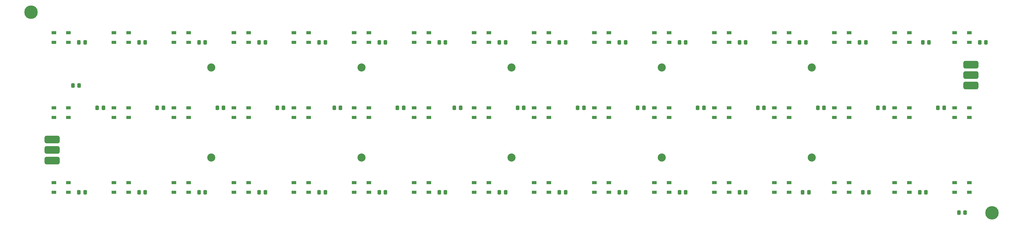
<source format=gbr>
%TF.GenerationSoftware,KiCad,Pcbnew,(6.0.10)*%
%TF.CreationDate,2023-01-22T19:50:48+01:00*%
%TF.ProjectId,exiLight,6578694c-6967-4687-942e-6b696361645f,1.1*%
%TF.SameCoordinates,Original*%
%TF.FileFunction,Soldermask,Top*%
%TF.FilePolarity,Negative*%
%FSLAX46Y46*%
G04 Gerber Fmt 4.6, Leading zero omitted, Abs format (unit mm)*
G04 Created by KiCad (PCBNEW (6.0.10)) date 2023-01-22 19:50:48*
%MOMM*%
%LPD*%
G01*
G04 APERTURE LIST*
G04 Aperture macros list*
%AMRoundRect*
0 Rectangle with rounded corners*
0 $1 Rounding radius*
0 $2 $3 $4 $5 $6 $7 $8 $9 X,Y pos of 4 corners*
0 Add a 4 corners polygon primitive as box body*
4,1,4,$2,$3,$4,$5,$6,$7,$8,$9,$2,$3,0*
0 Add four circle primitives for the rounded corners*
1,1,$1+$1,$2,$3*
1,1,$1+$1,$4,$5*
1,1,$1+$1,$6,$7*
1,1,$1+$1,$8,$9*
0 Add four rect primitives between the rounded corners*
20,1,$1+$1,$2,$3,$4,$5,0*
20,1,$1+$1,$4,$5,$6,$7,0*
20,1,$1+$1,$6,$7,$8,$9,0*
20,1,$1+$1,$8,$9,$2,$3,0*%
G04 Aperture macros list end*
%ADD10RoundRect,0.250000X-0.337500X-0.475000X0.337500X-0.475000X0.337500X0.475000X-0.337500X0.475000X0*%
%ADD11RoundRect,0.250000X0.337500X0.475000X-0.337500X0.475000X-0.337500X-0.475000X0.337500X-0.475000X0*%
%ADD12R,1.500000X1.000000*%
%ADD13C,4.500000*%
%ADD14C,2.700000*%
%ADD15RoundRect,0.635000X-1.905000X-0.635000X1.905000X-0.635000X1.905000X0.635000X-1.905000X0.635000X0*%
%ADD16RoundRect,0.635000X1.905000X0.635000X-1.905000X0.635000X-1.905000X-0.635000X1.905000X-0.635000X0*%
G04 APERTURE END LIST*
D10*
%TO.C,C22*%
X255000000Y-141400000D03*
X257075000Y-141400000D03*
%TD*%
D11*
%TO.C,C11*%
X271000000Y-169600000D03*
X268925000Y-169600000D03*
%TD*%
D12*
%TO.C,D37*%
X140550000Y-116400000D03*
X140550000Y-119600000D03*
X145450000Y-119600000D03*
X145450000Y-116400000D03*
%TD*%
%TO.C,D30*%
X105450000Y-144600000D03*
X105450000Y-141400000D03*
X100550000Y-141400000D03*
X100550000Y-144600000D03*
%TD*%
%TO.C,D27*%
X165450000Y-144600000D03*
X165450000Y-141400000D03*
X160550000Y-141400000D03*
X160550000Y-144600000D03*
%TD*%
%TO.C,D6*%
X160550000Y-166400000D03*
X160550000Y-169600000D03*
X165450000Y-169600000D03*
X165450000Y-166400000D03*
%TD*%
D13*
%TO.C,REF\u002A\u002A*%
X53000000Y-109500000D03*
%TD*%
D14*
%TO.C,REF\u002A\u002A6*%
X163000000Y-158000000D03*
X163000000Y-158000000D03*
%TD*%
D12*
%TO.C,D11*%
X260550000Y-166400000D03*
X260550000Y-169600000D03*
X265450000Y-169600000D03*
X265450000Y-166400000D03*
%TD*%
%TO.C,D43*%
X260550000Y-116400000D03*
X260550000Y-119600000D03*
X265450000Y-119600000D03*
X265450000Y-116400000D03*
%TD*%
%TO.C,D10*%
X240550000Y-166400000D03*
X240550000Y-169600000D03*
X245450000Y-169600000D03*
X245450000Y-166400000D03*
%TD*%
D10*
%TO.C,C19*%
X315000000Y-141400000D03*
X317075000Y-141400000D03*
%TD*%
D12*
%TO.C,D26*%
X185450000Y-144600000D03*
X185450000Y-141400000D03*
X180550000Y-141400000D03*
X180550000Y-144600000D03*
%TD*%
%TO.C,D12*%
X280550000Y-166400000D03*
X280550000Y-169600000D03*
X285450000Y-169600000D03*
X285450000Y-166400000D03*
%TD*%
D10*
%TO.C,C29*%
X115000000Y-141400000D03*
X117075000Y-141400000D03*
%TD*%
D11*
%TO.C,C42*%
X251000000Y-119600000D03*
X248925000Y-119600000D03*
%TD*%
D10*
%TO.C,C17*%
X355000000Y-141400000D03*
X357075000Y-141400000D03*
%TD*%
D12*
%TO.C,D20*%
X305450000Y-144600000D03*
X305450000Y-141400000D03*
X300550000Y-141400000D03*
X300550000Y-144600000D03*
%TD*%
%TO.C,D32*%
X65450000Y-144600000D03*
X65450000Y-141400000D03*
X60550000Y-141400000D03*
X60550000Y-144600000D03*
%TD*%
D11*
%TO.C,C5*%
X151000000Y-169600000D03*
X148925000Y-169600000D03*
%TD*%
D15*
%TO.C,*%
X60000000Y-152000000D03*
%TD*%
D12*
%TO.C,D45*%
X300550000Y-116400000D03*
X300550000Y-119600000D03*
X305450000Y-119600000D03*
X305450000Y-116400000D03*
%TD*%
D11*
%TO.C,C43*%
X271000000Y-119600000D03*
X268925000Y-119600000D03*
%TD*%
D14*
%TO.C,REF\u002A\u002A*%
X113000000Y-128000000D03*
X113000000Y-128000000D03*
%TD*%
D10*
%TO.C,C27*%
X153962500Y-141400000D03*
X156037500Y-141400000D03*
%TD*%
%TO.C,C23*%
X235000000Y-141400000D03*
X237075000Y-141400000D03*
%TD*%
D14*
%TO.C,REF\u002A\u002A2*%
X213000000Y-128000000D03*
X213000000Y-128000000D03*
%TD*%
D12*
%TO.C,D4*%
X120550000Y-166400000D03*
X120550000Y-169600000D03*
X125450000Y-169600000D03*
X125450000Y-166400000D03*
%TD*%
D13*
%TO.C,REF\u002A\u002A*%
X373000000Y-176500000D03*
%TD*%
D11*
%TO.C,C37*%
X151000000Y-119600000D03*
X148925000Y-119600000D03*
%TD*%
D10*
%TO.C,C31*%
X75000000Y-141400000D03*
X77075000Y-141400000D03*
%TD*%
D14*
%TO.C,REF\u002A\u002A9*%
X313000000Y-158000000D03*
X313000000Y-158000000D03*
%TD*%
D11*
%TO.C,C32*%
X69000000Y-134000000D03*
X66925000Y-134000000D03*
%TD*%
D10*
%TO.C,C24*%
X215000000Y-141400000D03*
X217075000Y-141400000D03*
%TD*%
D12*
%TO.C,D3*%
X100550000Y-166400000D03*
X100550000Y-169600000D03*
X105450000Y-169600000D03*
X105450000Y-166400000D03*
%TD*%
D10*
%TO.C,C20*%
X295000000Y-141400000D03*
X297075000Y-141400000D03*
%TD*%
D12*
%TO.C,D33*%
X60550000Y-116400000D03*
X60550000Y-119600000D03*
X65450000Y-119600000D03*
X65450000Y-116400000D03*
%TD*%
%TO.C,D36*%
X120550000Y-116400000D03*
X120550000Y-119600000D03*
X125450000Y-119600000D03*
X125450000Y-116400000D03*
%TD*%
D11*
%TO.C,C33*%
X71000000Y-119600000D03*
X68925000Y-119600000D03*
%TD*%
D12*
%TO.C,D13*%
X300550000Y-166400000D03*
X300550000Y-169600000D03*
X305450000Y-169600000D03*
X305450000Y-166400000D03*
%TD*%
D15*
%TO.C,*%
X60000000Y-155500000D03*
%TD*%
D12*
%TO.C,D18*%
X345450000Y-144600000D03*
X345450000Y-141400000D03*
X340550000Y-141400000D03*
X340550000Y-144600000D03*
%TD*%
%TO.C,D1*%
X60550000Y-166400000D03*
X60550000Y-169600000D03*
X65450000Y-169600000D03*
X65450000Y-166400000D03*
%TD*%
D11*
%TO.C,C35*%
X111000000Y-119600000D03*
X108925000Y-119600000D03*
%TD*%
D12*
%TO.C,D25*%
X205450000Y-144600000D03*
X205450000Y-141400000D03*
X200550000Y-141400000D03*
X200550000Y-144600000D03*
%TD*%
D11*
%TO.C,C47*%
X352037500Y-119600000D03*
X349962500Y-119600000D03*
%TD*%
D12*
%TO.C,D24*%
X225450000Y-144600000D03*
X225450000Y-141400000D03*
X220550000Y-141400000D03*
X220550000Y-144600000D03*
%TD*%
%TO.C,D38*%
X160550000Y-116400000D03*
X160550000Y-119600000D03*
X165450000Y-119600000D03*
X165450000Y-116400000D03*
%TD*%
D14*
%TO.C,REF\u002A\u002A3*%
X263000000Y-128000000D03*
X263000000Y-128000000D03*
%TD*%
D12*
%TO.C,D23*%
X245450000Y-144600000D03*
X245450000Y-141400000D03*
X240550000Y-141400000D03*
X240550000Y-144600000D03*
%TD*%
D14*
%TO.C,REF\u002A\u002A8*%
X263000000Y-158000000D03*
X263000000Y-158000000D03*
%TD*%
D11*
%TO.C,C8*%
X211000000Y-169600000D03*
X208925000Y-169600000D03*
%TD*%
%TO.C,C41*%
X231000000Y-119600000D03*
X228925000Y-119600000D03*
%TD*%
D12*
%TO.C,D2*%
X80550000Y-166400000D03*
X80550000Y-169600000D03*
X85450000Y-169600000D03*
X85450000Y-166400000D03*
%TD*%
D10*
%TO.C,C21*%
X275000000Y-141400000D03*
X277075000Y-141400000D03*
%TD*%
D12*
%TO.C,D21*%
X285450000Y-144600000D03*
X285450000Y-141400000D03*
X280550000Y-141400000D03*
X280550000Y-144600000D03*
%TD*%
%TO.C,D28*%
X145450000Y-144600000D03*
X145450000Y-141400000D03*
X140550000Y-141400000D03*
X140550000Y-144600000D03*
%TD*%
D16*
%TO.C,*%
X366000000Y-130500000D03*
%TD*%
D11*
%TO.C,C9*%
X231000000Y-169600000D03*
X228925000Y-169600000D03*
%TD*%
D12*
%TO.C,D19*%
X325450000Y-144600000D03*
X325450000Y-141400000D03*
X320550000Y-141400000D03*
X320550000Y-144600000D03*
%TD*%
D11*
%TO.C,C39*%
X191000000Y-119600000D03*
X188925000Y-119600000D03*
%TD*%
%TO.C,C44*%
X291000000Y-119600000D03*
X288925000Y-119600000D03*
%TD*%
D10*
%TO.C,C30*%
X95000000Y-141400000D03*
X97075000Y-141400000D03*
%TD*%
D12*
%TO.C,D22*%
X265450000Y-144600000D03*
X265450000Y-141400000D03*
X260550000Y-141400000D03*
X260550000Y-144600000D03*
%TD*%
D10*
%TO.C,C18*%
X335000000Y-141400000D03*
X337075000Y-141400000D03*
%TD*%
D11*
%TO.C,C1*%
X71000000Y-169600000D03*
X68925000Y-169600000D03*
%TD*%
%TO.C,C48*%
X371000000Y-119600000D03*
X368925000Y-119600000D03*
%TD*%
D12*
%TO.C,D5*%
X140550000Y-166400000D03*
X140550000Y-169600000D03*
X145450000Y-169600000D03*
X145450000Y-166400000D03*
%TD*%
%TO.C,D34*%
X80550000Y-116400000D03*
X80550000Y-119600000D03*
X85450000Y-119600000D03*
X85450000Y-116400000D03*
%TD*%
D14*
%TO.C,REF\u002A\u002A5*%
X113000000Y-158000000D03*
X113000000Y-158000000D03*
%TD*%
D12*
%TO.C,D46*%
X320550000Y-116400000D03*
X320550000Y-119600000D03*
X325450000Y-119600000D03*
X325450000Y-116400000D03*
%TD*%
D11*
%TO.C,C14*%
X332037500Y-169600000D03*
X329962500Y-169600000D03*
%TD*%
D12*
%TO.C,D7*%
X180550000Y-166400000D03*
X180550000Y-169600000D03*
X185450000Y-169600000D03*
X185450000Y-166400000D03*
%TD*%
D11*
%TO.C,C34*%
X91000000Y-119600000D03*
X88925000Y-119600000D03*
%TD*%
D12*
%TO.C,D40*%
X200550000Y-116400000D03*
X200550000Y-119600000D03*
X205450000Y-119600000D03*
X205450000Y-116400000D03*
%TD*%
D11*
%TO.C,C10*%
X251000000Y-169600000D03*
X248925000Y-169600000D03*
%TD*%
D15*
%TO.C,*%
X60000000Y-159000000D03*
%TD*%
D16*
%TO.C,*%
X366000000Y-134000000D03*
%TD*%
D12*
%TO.C,D29*%
X125450000Y-144600000D03*
X125450000Y-141400000D03*
X120550000Y-141400000D03*
X120550000Y-144600000D03*
%TD*%
%TO.C,D31*%
X85450000Y-144600000D03*
X85450000Y-141400000D03*
X80550000Y-141400000D03*
X80550000Y-144600000D03*
%TD*%
D11*
%TO.C,C3*%
X111000000Y-169600000D03*
X108925000Y-169600000D03*
%TD*%
%TO.C,C38*%
X171000000Y-119600000D03*
X168925000Y-119600000D03*
%TD*%
D14*
%TO.C,REF\u002A\u002A7*%
X213000000Y-158000000D03*
X213000000Y-158000000D03*
%TD*%
%TO.C,REF\u002A\u002A1*%
X163000000Y-128000000D03*
X163000000Y-128000000D03*
%TD*%
D11*
%TO.C,C12*%
X291000000Y-169600000D03*
X288925000Y-169600000D03*
%TD*%
%TO.C,C46*%
X331000000Y-119600000D03*
X328925000Y-119600000D03*
%TD*%
D12*
%TO.C,D35*%
X100550000Y-116400000D03*
X100550000Y-119600000D03*
X105450000Y-119600000D03*
X105450000Y-116400000D03*
%TD*%
%TO.C,D41*%
X220550000Y-116400000D03*
X220550000Y-119600000D03*
X225450000Y-119600000D03*
X225450000Y-116400000D03*
%TD*%
%TO.C,D44*%
X280550000Y-116400000D03*
X280550000Y-119600000D03*
X285450000Y-119600000D03*
X285450000Y-116400000D03*
%TD*%
D11*
%TO.C,C15*%
X351000000Y-169600000D03*
X348925000Y-169600000D03*
%TD*%
D10*
%TO.C,C26*%
X175000000Y-141400000D03*
X177075000Y-141400000D03*
%TD*%
%TO.C,C28*%
X135000000Y-141400000D03*
X137075000Y-141400000D03*
%TD*%
D12*
%TO.C,D42*%
X240550000Y-116400000D03*
X240550000Y-119600000D03*
X245450000Y-119600000D03*
X245450000Y-116400000D03*
%TD*%
%TO.C,D8*%
X200550000Y-166400000D03*
X200550000Y-169600000D03*
X205450000Y-169600000D03*
X205450000Y-166400000D03*
%TD*%
%TO.C,D48*%
X360550000Y-116400000D03*
X360550000Y-119600000D03*
X365450000Y-119600000D03*
X365450000Y-116400000D03*
%TD*%
%TO.C,D39*%
X180550000Y-116400000D03*
X180550000Y-119600000D03*
X185450000Y-119600000D03*
X185450000Y-116400000D03*
%TD*%
%TO.C,D14*%
X320550000Y-166400000D03*
X320550000Y-169600000D03*
X325450000Y-169600000D03*
X325450000Y-166400000D03*
%TD*%
%TO.C,D17*%
X365450000Y-144600000D03*
X365450000Y-141400000D03*
X360550000Y-141400000D03*
X360550000Y-144600000D03*
%TD*%
D11*
%TO.C,C36*%
X131000000Y-119600000D03*
X128925000Y-119600000D03*
%TD*%
D14*
%TO.C,REF\u002A\u002A4*%
X313000000Y-128000000D03*
X313000000Y-128000000D03*
%TD*%
D12*
%TO.C,D9*%
X220550000Y-166400000D03*
X220550000Y-169600000D03*
X225450000Y-169600000D03*
X225450000Y-166400000D03*
%TD*%
D11*
%TO.C,C6*%
X171000000Y-169600000D03*
X168925000Y-169600000D03*
%TD*%
D10*
%TO.C,C25*%
X193962500Y-141400000D03*
X196037500Y-141400000D03*
%TD*%
D11*
%TO.C,C4*%
X131000000Y-169600000D03*
X128925000Y-169600000D03*
%TD*%
D12*
%TO.C,D15*%
X340550000Y-166400000D03*
X340550000Y-169600000D03*
X345450000Y-169600000D03*
X345450000Y-166400000D03*
%TD*%
D16*
%TO.C,*%
X366000000Y-127000000D03*
%TD*%
D12*
%TO.C,D16*%
X360550000Y-166400000D03*
X360550000Y-169600000D03*
X365450000Y-169600000D03*
X365450000Y-166400000D03*
%TD*%
D11*
%TO.C,C40*%
X211000000Y-119600000D03*
X208925000Y-119600000D03*
%TD*%
D10*
%TO.C,C16*%
X361962500Y-176375000D03*
X364037500Y-176375000D03*
%TD*%
D12*
%TO.C,D47*%
X340550000Y-116400000D03*
X340550000Y-119600000D03*
X345450000Y-119600000D03*
X345450000Y-116400000D03*
%TD*%
D11*
%TO.C,C13*%
X312037500Y-169600000D03*
X309962500Y-169600000D03*
%TD*%
%TO.C,C45*%
X311000000Y-119600000D03*
X308925000Y-119600000D03*
%TD*%
%TO.C,C2*%
X91000000Y-169600000D03*
X88925000Y-169600000D03*
%TD*%
%TO.C,C7*%
X191000000Y-169600000D03*
X188925000Y-169600000D03*
%TD*%
M02*

</source>
